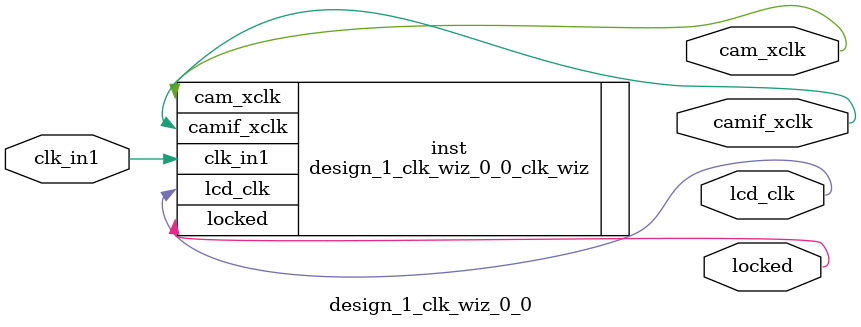
<source format=v>


`timescale 1ps/1ps

(* CORE_GENERATION_INFO = "design_1_clk_wiz_0_0,clk_wiz_v6_0_2_0_0,{component_name=design_1_clk_wiz_0_0,use_phase_alignment=true,use_min_o_jitter=false,use_max_i_jitter=false,use_dyn_phase_shift=false,use_inclk_switchover=false,use_dyn_reconfig=false,enable_axi=0,feedback_source=FDBK_AUTO,PRIMITIVE=MMCM,num_out_clk=3,clkin1_period=8.333,clkin2_period=10.000,use_power_down=false,use_reset=false,use_locked=true,use_inclk_stopped=false,feedback_type=SINGLE,CLOCK_MGR_TYPE=NA,manual_override=false}" *)

module design_1_clk_wiz_0_0 
 (
  // Clock out ports
  output        camif_xclk,
  output        cam_xclk,
  output        lcd_clk,
  // Status and control signals
  output        locked,
 // Clock in ports
  input         clk_in1
 );

  design_1_clk_wiz_0_0_clk_wiz inst
  (
  // Clock out ports  
  .camif_xclk(camif_xclk),
  .cam_xclk(cam_xclk),
  .lcd_clk(lcd_clk),
  // Status and control signals               
  .locked(locked),
 // Clock in ports
  .clk_in1(clk_in1)
  );

endmodule

</source>
